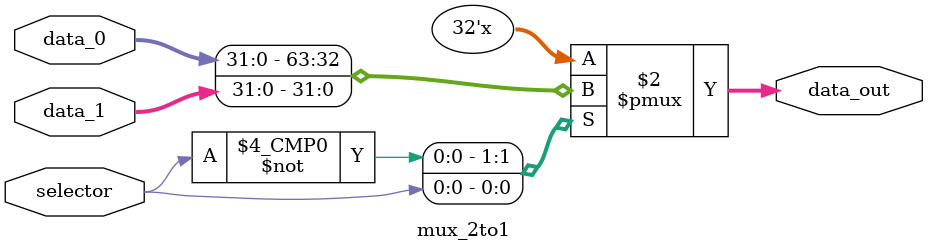
<source format=v>
module mux_2to1 (
  input                     selector,
  input     wire    [31:0]  data_0,
  input     wire    [31:0]  data_1,
  output    reg     [31:0]  data_out
);

    always @(*) begin
        case (selector)
            1'b0: data_out = data_0;
            1'b1: data_out = data_1;
        endcase
    end

endmodule
</source>
